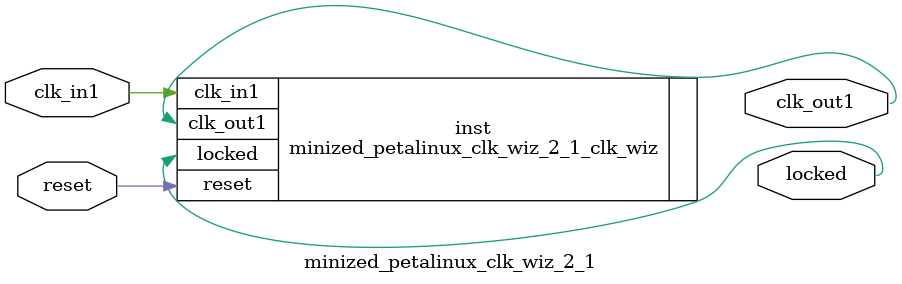
<source format=v>


`timescale 1ps/1ps

(* CORE_GENERATION_INFO = "minized_petalinux_clk_wiz_2_1,clk_wiz_v6_0_1_0_0,{component_name=minized_petalinux_clk_wiz_2_1,use_phase_alignment=true,use_min_o_jitter=false,use_max_i_jitter=false,use_dyn_phase_shift=false,use_inclk_switchover=false,use_dyn_reconfig=false,enable_axi=0,feedback_source=FDBK_AUTO,PRIMITIVE=MMCM,num_out_clk=1,clkin1_period=10.000,clkin2_period=10.000,use_power_down=false,use_reset=true,use_locked=true,use_inclk_stopped=false,feedback_type=SINGLE,CLOCK_MGR_TYPE=NA,manual_override=false}" *)

module minized_petalinux_clk_wiz_2_1 
 (
  // Clock out ports
  output        clk_out1,
  // Status and control signals
  input         reset,
  output        locked,
 // Clock in ports
  input         clk_in1
 );

  minized_petalinux_clk_wiz_2_1_clk_wiz inst
  (
  // Clock out ports  
  .clk_out1(clk_out1),
  // Status and control signals               
  .reset(reset), 
  .locked(locked),
 // Clock in ports
  .clk_in1(clk_in1)
  );

endmodule

</source>
